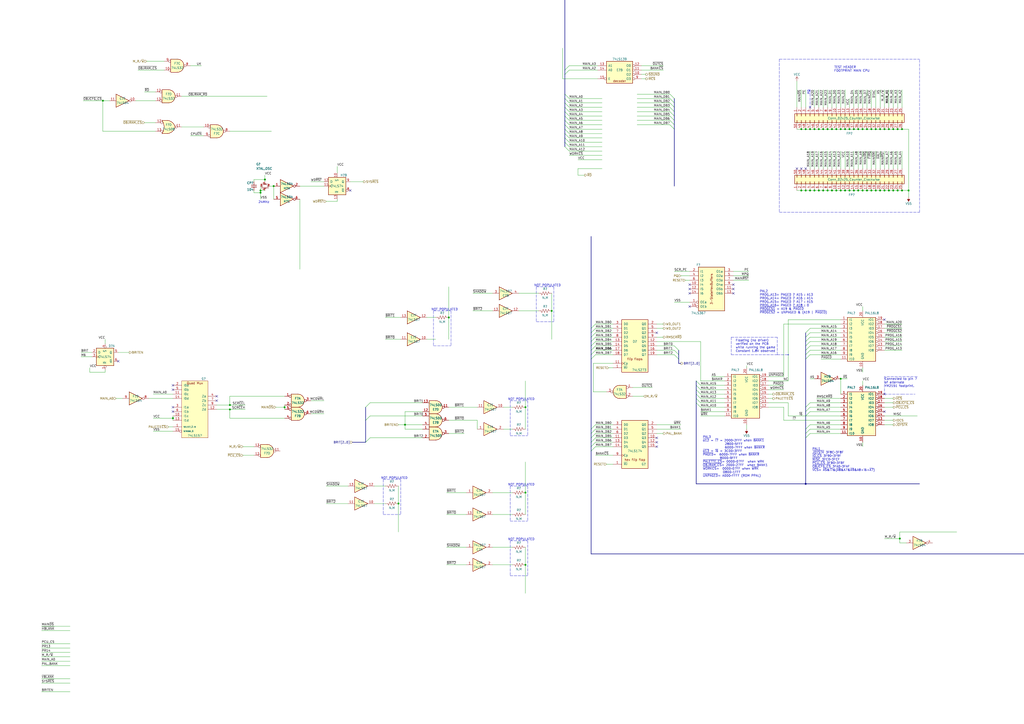
<source format=kicad_sch>
(kicad_sch (version 20211123) (generator eeschema)
  (paper "A2")
  (title_block (title "X-men") (date "2023-06-26") (rev "José Tejada G.") (company "JOTEGO") (comment 1 "www.patreon.com/jotego") (comment 2 "JOTEGO"))
  (junction (at 497.84 110.49))
  (junction (at 158.75 107.95))
  (junction (at 492.76 74.93))
  (junction (at 231.14 292.1))
  (junction (at 523.24 74.93))
  (junction (at 527.05 110.49))
  (junction (at 467.36 74.93))
  (junction (at 151.13 110.49))
  (junction (at 490.22 74.93))
  (junction (at 304.8 285.75))
  (junction (at 520.7 110.49))
  (junction (at 469.9 110.49))
  (junction (at 304.8 236.22))
  (junction (at 487.68 110.49))
  (junction (at 497.84 74.93))
  (junction (at 472.44 74.93))
  (junction (at 508 74.93))
  (junction (at 515.62 110.49))
  (junction (at 472.44 110.49))
  (junction (at 133.35 237.49))
  (junction (at 151.13 111.76))
  (junction (at 513.08 74.93))
  (junction (at 518.16 74.93))
  (junction (at 515.62 74.93))
  (junction (at 304.8 327.66))
  (junction (at 505.46 74.93))
  (junction (at 100.33 242.57))
  (junction (at 260.35 184.15))
  (junction (at 482.6 110.49))
  (junction (at 521.97 312.42))
  (junction (at 495.3 74.93))
  (junction (at 500.38 74.93))
  (junction (at 467.36 280.67))
  (junction (at 165.1 236.22))
  (junction (at 59.69 58.42))
  (junction (at 510.54 110.49))
  (junction (at 495.3 110.49))
  (junction (at 480.06 110.49))
  (junction (at 320.04 180.34))
  (junction (at 153.67 104.14))
  (junction (at 492.76 110.49))
  (junction (at 513.08 110.49))
  (junction (at 474.98 110.49))
  (junction (at 487.68 74.93))
  (junction (at 487.68 219.71))
  (junction (at 523.24 110.49))
  (junction (at 482.6 74.93))
  (junction (at 133.35 234.95))
  (junction (at 520.7 74.93))
  (junction (at 510.54 74.93))
  (junction (at 477.52 110.49))
  (junction (at 474.98 74.93))
  (junction (at 502.92 110.49))
  (junction (at 518.16 110.49))
  (junction (at 467.36 110.49))
  (junction (at 490.22 110.49))
  (junction (at 485.14 74.93))
  (junction (at 505.46 110.49))
  (junction (at 508 110.49))
  (junction (at 469.9 74.93))
  (junction (at 477.52 74.93))
  (junction (at 485.14 110.49))
  (junction (at 464.82 110.49))
  (junction (at 464.82 74.93))
  (junction (at 502.92 74.93))
  (junction (at 234.95 246.38))
  (junction (at 500.38 110.49))
  (junction (at 480.06 74.93))
  (no_connect (at 469.9 62.23))
  (no_connect (at 400.05 167.64))
  (no_connect (at 425.45 170.18))
  (no_connect (at 203.2 110.49))
  (no_connect (at 462.28 97.79))
  (no_connect (at 381 193.04))
  (no_connect (at 68.58 209.55))
  (no_connect (at 100.33 236.22))
  (no_connect (at 100.33 226.06))
  (no_connect (at 513.08 238.76))
  (no_connect (at 425.45 167.64))
  (no_connect (at 425.45 165.1))
  (no_connect (at 513.08 228.6))
  (no_connect (at 400.05 177.8))
  (no_connect (at 100.33 238.76))
  (no_connect (at 125.73 229.87))
  (no_connect (at 125.73 232.41))
  (no_connect (at 381 256.54))
  (no_connect (at 100.33 223.52))
  (no_connect (at 381 254))
  (no_connect (at 513.08 185.42))
  (no_connect (at 464.82 97.79))
  (no_connect (at 400.05 165.1))
  (no_connect (at 467.36 97.79))
  (no_connect (at 381 259.08))
  (no_connect (at 400.05 170.18))
  (bus_entry (at 342.9 259.08) (size 2.54 -2.54))
  (bus_entry (at 342.9 203.2) (size 2.54 -2.54))
  (bus_entry (at 327.66 64.77) (size 2.54 2.54))
  (bus_entry (at 214.63 254) (size -2.54 2.54))
  (bus_entry (at 327.66 62.23) (size 2.54 2.54))
  (bus_entry (at 342.9 205.74) (size 2.54 -2.54))
  (bus_entry (at 391.16 203.2) (size 2.54 2.54))
  (bus_entry (at 327.66 54.61) (size 2.54 2.54))
  (bus_entry (at 327.66 40.64) (size 2.54 -2.54))
  (bus_entry (at 403.86 226.06) (size 2.54 2.54))
  (bus_entry (at 342.9 193.04) (size 2.54 -2.54))
  (bus_entry (at 391.16 200.66) (size 2.54 2.54))
  (bus_entry (at 403.86 233.68) (size 2.54 2.54))
  (bus_entry (at 342.9 200.66) (size 2.54 -2.54))
  (bus_entry (at 327.66 43.18) (size 2.54 -2.54))
  (bus_entry (at 327.66 69.85) (size 2.54 2.54))
  (bus_entry (at 469.9 233.68) (size -2.54 2.54))
  (bus_entry (at 214.63 241.3) (size -2.54 2.54))
  (bus_entry (at 469.9 198.12) (size -2.54 2.54))
  (bus_entry (at 469.9 205.74) (size -2.54 2.54))
  (bus_entry (at 469.9 246.38) (size -2.54 2.54))
  (bus_entry (at 342.9 195.58) (size 2.54 -2.54))
  (bus_entry (at 214.63 233.68) (size -2.54 2.54))
  (bus_entry (at 391.16 57.15) (size -2.54 -2.54))
  (bus_entry (at 469.9 190.5) (size -2.54 2.54))
  (bus_entry (at 342.9 256.54) (size 2.54 -2.54))
  (bus_entry (at 403.86 228.6) (size 2.54 2.54))
  (bus_entry (at 391.16 205.74) (size 2.54 2.54))
  (bus_entry (at 469.9 203.2) (size -2.54 2.54))
  (bus_entry (at 327.66 74.93) (size 2.54 2.54))
  (bus_entry (at 342.9 198.12) (size 2.54 -2.54))
  (bus_entry (at 327.66 57.15) (size 2.54 2.54))
  (bus_entry (at 327.66 80.01) (size 2.54 2.54))
  (bus_entry (at 342.9 254) (size 2.54 -2.54))
  (bus_entry (at 391.16 67.31) (size -2.54 -2.54))
  (bus_entry (at 342.9 248.92) (size 2.54 -2.54))
  (bus_entry (at 469.9 238.76) (size -2.54 2.54))
  (bus_entry (at 391.16 69.85) (size -2.54 -2.54))
  (bus_entry (at 342.9 208.28) (size 2.54 -2.54))
  (bus_entry (at 391.16 62.23) (size -2.54 -2.54))
  (bus_entry (at 469.9 200.66) (size -2.54 2.54))
  (bus_entry (at 327.66 67.31) (size 2.54 2.54))
  (bus_entry (at 469.9 195.58) (size -2.54 2.54))
  (bus_entry (at 327.66 85.09) (size 2.54 2.54))
  (bus_entry (at 403.86 223.52) (size 2.54 2.54))
  (bus_entry (at 469.9 193.04) (size -2.54 2.54))
  (bus_entry (at 469.9 251.46) (size -2.54 2.54))
  (bus_entry (at 327.66 77.47) (size 2.54 2.54))
  (bus_entry (at 469.9 236.22) (size -2.54 2.54))
  (bus_entry (at 469.9 248.92) (size -2.54 2.54))
  (bus_entry (at 342.9 261.62) (size 2.54 -2.54))
  (bus_entry (at 342.9 190.5) (size 2.54 -2.54))
  (bus_entry (at 391.16 64.77) (size -2.54 -2.54))
  (bus_entry (at 403.86 231.14) (size 2.54 2.54))
  (bus_entry (at 327.66 72.39) (size 2.54 2.54))
  (bus_entry (at 391.16 72.39) (size -2.54 -2.54))
  (bus_entry (at 327.66 82.55) (size 2.54 2.54))
  (bus_entry (at 391.16 74.93) (size -2.54 -2.54))
  (bus_entry (at 327.66 59.69) (size 2.54 2.54))
  (bus_entry (at 403.86 220.98) (size 2.54 2.54))
  (bus_entry (at 342.9 251.46) (size 2.54 -2.54))
  (bus_entry (at 391.16 59.69) (size -2.54 -2.54))
  (bus (pts (xy 467.36 198.12) (xy 467.36 200.66)))
  (polyline (pts (xy 424.18 195.58) (xy 450.85 195.58)))
  (bus (pts (xy 403.86 231.14) (xy 403.86 233.68)))
  (wire (pts (xy 381 187.96) (xy 384.81 187.96)))
  (wire (pts (xy 502.92 97.79) (xy 502.92 87.63)))
  (wire (pts (xy 165.1 237.49) (xy 165.1 236.22)))
  (wire (pts (xy 48.26 58.42) (xy 59.69 58.42)))
  (wire (pts (xy 445.77 220.98) (xy 457.2 220.98)))
  (wire (pts (xy 487.68 74.93) (xy 490.22 74.93)))
  (bus (pts (xy 327.66 82.55) (xy 327.66 85.09)))
  (bus (pts (xy 327.66 40.64) (xy 327.66 43.18)))
  (wire (pts (xy 480.06 110.49) (xy 482.6 110.49)))
  (wire (pts (xy 490.22 74.93) (xy 492.76 74.93)))
  (wire (pts (xy 147.32 110.49) (xy 147.32 111.76)))
  (wire (pts (xy 24.13 383.54) (xy 40.64 383.54)))
  (bus (pts (xy 212.09 236.22) (xy 212.09 243.84)))
  (bus (pts (xy 342.9 321.31) (xy 596.9 321.31)))
  (wire (pts (xy 355.6 213.36) (xy 353.06 213.36)))
  (bus (pts (xy 327.66 59.69) (xy 327.66 62.23)))
  (wire (pts (xy 231.14 246.38) (xy 234.95 246.38)))
  (wire (pts (xy 100.33 242.57) (xy 100.33 243.84)))
  (wire (pts (xy 151.13 107.95) (xy 151.13 110.49)))
  (bus (pts (xy 467.36 208.28) (xy 467.36 236.22)))
  (bus (pts (xy 342.9 137.16) (xy 342.9 190.5)))
  (wire (pts (xy 330.2 80.01) (xy 349.25 80.01)))
  (wire (pts (xy 487.68 97.79) (xy 487.68 87.63)))
  (wire (pts (xy 304.8 327.66) (xy 304.8 344.17)))
  (wire (pts (xy 445.77 218.44) (xy 454.66 218.44)))
  (wire (pts (xy 520.7 52.07) (xy 520.7 62.23)))
  (bus (pts (xy 391.16 72.39) (xy 391.16 74.93)))
  (wire (pts (xy 335.28 97.79) (xy 335.28 101.6)))
  (wire (pts (xy 505.46 87.63) (xy 505.46 97.79)))
  (wire (pts (xy 153.67 104.14) (xy 153.67 105.41)))
  (wire (pts (xy 469.9 195.58) (xy 487.68 195.58)))
  (wire (pts (xy 513.08 236.22) (xy 518.16 236.22)))
  (wire (pts (xy 500.38 213.36) (xy 500.38 215.9)))
  (wire (pts (xy 345.44 256.54) (xy 355.6 256.54)))
  (wire (pts (xy 406.4 241.3) (xy 420.37 241.3)))
  (wire (pts (xy 345.44 254) (xy 355.6 254)))
  (wire (pts (xy 247.65 184.15) (xy 252.73 184.15)))
  (wire (pts (xy 195.58 115.57) (xy 195.58 116.84)))
  (bus (pts (xy 393.7 210.82) (xy 394.97 210.82)))
  (wire (pts (xy 147.32 111.76) (xy 151.13 111.76)))
  (wire (pts (xy 381 203.2) (xy 391.16 203.2)))
  (wire (pts (xy 259.08 285.75) (xy 270.51 285.75)))
  (wire (pts (xy 369.57 62.23) (xy 388.62 62.23)))
  (wire (pts (xy 330.2 87.63) (xy 349.25 87.63)))
  (wire (pts (xy 527.05 110.49) (xy 523.24 110.49)))
  (bus (pts (xy 391.16 67.31) (xy 391.16 69.85)))
  (wire (pts (xy 508 52.07) (xy 508 62.23)))
  (bus (pts (xy 467.36 236.22) (xy 467.36 238.76)))
  (wire (pts (xy 497.84 74.93) (xy 500.38 74.93)))
  (wire (pts (xy 510.54 74.93) (xy 513.08 74.93)))
  (bus (pts (xy 393.7 203.2) (xy 393.7 205.74)))
  (wire (pts (xy 497.84 110.49) (xy 500.38 110.49)))
  (wire (pts (xy 330.2 67.31) (xy 349.25 67.31)))
  (wire (pts (xy 462.28 110.49) (xy 464.82 110.49)))
  (wire (pts (xy 469.9 198.12) (xy 487.68 198.12)))
  (wire (pts (xy 60.96 214.63) (xy 60.96 215.9)))
  (wire (pts (xy 292.1 236.22) (xy 297.18 236.22)))
  (wire (pts (xy 412.75 218.44) (xy 420.37 218.44)))
  (wire (pts (xy 469.9 251.46) (xy 487.68 251.46)))
  (wire (pts (xy 508 97.79) (xy 508 87.63)))
  (wire (pts (xy 502.92 74.93) (xy 505.46 74.93)))
  (wire (pts (xy 425.45 162.56) (xy 434.34 162.56)))
  (wire (pts (xy 100.33 241.3) (xy 100.33 242.57)))
  (wire (pts (xy 513.08 233.68) (xy 518.16 233.68)))
  (wire (pts (xy 523.24 200.66) (xy 513.08 200.66)))
  (wire (pts (xy 485.14 110.49) (xy 487.68 110.49)))
  (wire (pts (xy 490.22 110.49) (xy 492.76 110.49)))
  (polyline (pts (xy 295.91 302.26) (xy 306.07 302.26)))
  (wire (pts (xy 259.08 317.5) (xy 270.51 317.5)))
  (bus (pts (xy 204.47 256.54) (xy 212.09 256.54)))
  (wire (pts (xy 406.4 223.52) (xy 420.37 223.52)))
  (wire (pts (xy 502.92 110.49) (xy 505.46 110.49)))
  (wire (pts (xy 505.46 110.49) (xy 508 110.49)))
  (wire (pts (xy 521.97 312.42) (xy 521.97 314.96)))
  (bus (pts (xy 342.9 200.66) (xy 342.9 203.2)))
  (wire (pts (xy 513.08 312.42) (xy 521.97 312.42)))
  (wire (pts (xy 487.68 52.07) (xy 487.68 62.23)))
  (wire (pts (xy 523.24 203.2) (xy 513.08 203.2)))
  (wire (pts (xy 521.97 308.61) (xy 521.97 312.42)))
  (wire (pts (xy 304.8 236.22) (xy 304.8 248.92)))
  (wire (pts (xy 469.9 233.68) (xy 487.68 233.68)))
  (wire (pts (xy 274.32 180.34) (xy 285.75 180.34)))
  (wire (pts (xy 510.54 87.63) (xy 510.54 97.79)))
  (wire (pts (xy 292.1 248.92) (xy 297.18 248.92)))
  (bus (pts (xy 342.9 256.54) (xy 342.9 259.08)))
  (polyline (pts (xy 311.15 166.37) (xy 321.31 166.37)))
  (polyline (pts (xy 295.91 313.69) (xy 306.07 313.69)))
  (wire (pts (xy 497.84 52.07) (xy 497.84 62.23)))
  (wire (pts (xy 247.65 196.85) (xy 252.73 196.85)))
  (wire (pts (xy 326.39 45.72) (xy 346.71 45.72)))
  (wire (pts (xy 320.04 170.18) (xy 320.04 180.34)))
  (polyline (pts (xy 222.25 278.13) (xy 232.41 278.13)))
  (wire (pts (xy 515.62 52.07) (xy 515.62 62.23)))
  (wire (pts (xy 457.2 185.42) (xy 487.68 185.42)))
  (bus (pts (xy 327.66 67.31) (xy 327.66 69.85)))
  (wire (pts (xy 234.95 248.92) (xy 234.95 246.38)))
  (bus (pts (xy 391.16 64.77) (xy 391.16 67.31)))
  (wire (pts (xy 133.35 229.87) (xy 165.1 229.87)))
  (bus (pts (xy 342.9 200.66) (xy 342.9 198.12)))
  (wire (pts (xy 245.11 254) (xy 214.63 254)))
  (wire (pts (xy 312.42 180.34) (xy 300.99 180.34)))
  (wire (pts (xy 133.35 242.57) (xy 133.35 237.49)))
  (wire (pts (xy 330.2 40.64) (xy 346.71 40.64)))
  (wire (pts (xy 345.44 203.2) (xy 355.6 203.2)))
  (wire (pts (xy 304.8 285.75) (xy 304.8 298.45)))
  (bus (pts (xy 391.16 74.93) (xy 391.16 107.95)))
  (wire (pts (xy 515.62 110.49) (xy 518.16 110.49)))
  (wire (pts (xy 304.8 285.75) (xy 304.8 267.97)))
  (wire (pts (xy 523.24 52.07) (xy 523.24 62.23)))
  (wire (pts (xy 502.92 52.07) (xy 502.92 62.23)))
  (wire (pts (xy 210.82 105.41) (xy 203.2 105.41)))
  (wire (pts (xy 369.57 59.69) (xy 388.62 59.69)))
  (wire (pts (xy 24.13 375.92) (xy 40.64 375.92)))
  (wire (pts (xy 110.49 38.1) (xy 116.84 38.1)))
  (wire (pts (xy 482.6 97.79) (xy 482.6 87.63)))
  (wire (pts (xy 457.2 241.3) (xy 457.2 233.68)))
  (wire (pts (xy 151.13 115.57) (xy 151.13 111.76)))
  (bus (pts (xy 342.9 193.04) (xy 342.9 195.58)))
  (wire (pts (xy 513.08 241.3) (xy 532.13 241.3)))
  (wire (pts (xy 260.35 236.22) (xy 276.86 236.22)))
  (wire (pts (xy 521.97 308.61) (xy 554.99 308.61)))
  (wire (pts (xy 472.44 52.07) (xy 472.44 62.23)))
  (wire (pts (xy 474.98 97.79) (xy 474.98 87.63)))
  (wire (pts (xy 231.14 281.94) (xy 231.14 292.1)))
  (wire (pts (xy 510.54 110.49) (xy 513.08 110.49)))
  (wire (pts (xy 474.98 52.07) (xy 474.98 62.23)))
  (wire (pts (xy 223.52 196.85) (xy 232.41 196.85)))
  (polyline (pts (xy 295.91 281.94) (xy 295.91 302.26)))
  (bus (pts (xy 391.16 59.69) (xy 391.16 62.23)))
  (wire (pts (xy 477.52 52.07) (xy 477.52 62.23)))
  (wire (pts (xy 285.75 285.75) (xy 297.18 285.75)))
  (wire (pts (xy 260.35 184.15) (xy 260.35 196.85)))
  (wire (pts (xy 513.08 74.93) (xy 515.62 74.93)))
  (wire (pts (xy 521.97 314.96) (xy 525.78 314.96)))
  (wire (pts (xy 142.24 234.95) (xy 133.35 234.95)))
  (bus (pts (xy 327.66 74.93) (xy 327.66 77.47)))
  (wire (pts (xy 434.34 160.02) (xy 425.45 160.02)))
  (bus (pts (xy 393.7 208.28) (xy 393.7 210.82)))
  (wire (pts (xy 513.08 110.49) (xy 515.62 110.49)))
  (bus (pts (xy 403.86 228.6) (xy 403.86 231.14)))
  (wire (pts (xy 384.81 38.1) (xy 372.11 38.1)))
  (wire (pts (xy 495.3 97.79) (xy 495.3 87.63)))
  (wire (pts (xy 67.31 231.14) (xy 71.12 231.14)))
  (wire (pts (xy 46.99 204.47) (xy 53.34 204.47)))
  (wire (pts (xy 369.57 72.39) (xy 388.62 72.39)))
  (wire (pts (xy 518.16 52.07) (xy 518.16 62.23)))
  (polyline (pts (xy 311.15 186.69) (xy 321.31 186.69)))
  (wire (pts (xy 477.52 74.93) (xy 480.06 74.93)))
  (polyline (pts (xy 295.91 232.41) (xy 295.91 252.73)))
  (wire (pts (xy 406.4 233.68) (xy 420.37 233.68)))
  (wire (pts (xy 223.52 292.1) (xy 217.17 292.1)))
  (polyline (pts (xy 452.12 34.29) (xy 533.4 34.29)))
  (wire (pts (xy 482.6 52.07) (xy 482.6 62.23)))
  (wire (pts (xy 500.38 52.07) (xy 500.38 62.23)))
  (wire (pts (xy 469.9 205.74) (xy 487.68 205.74)))
  (bus (pts (xy 342.9 254) (xy 342.9 256.54)))
  (polyline (pts (xy 424.18 205.74) (xy 450.85 205.74)))
  (wire (pts (xy 384.81 40.64) (xy 372.11 40.64)))
  (wire (pts (xy 330.2 38.1) (xy 346.71 38.1)))
  (polyline (pts (xy 295.91 281.94) (xy 306.07 281.94)))
  (wire (pts (xy 88.9 228.6) (xy 100.33 228.6)))
  (wire (pts (xy 345.44 259.08) (xy 355.6 259.08)))
  (wire (pts (xy 513.08 52.07) (xy 513.08 62.23)))
  (wire (pts (xy 500.38 97.79) (xy 500.38 87.63)))
  (bus (pts (xy 342.9 259.08) (xy 342.9 261.62)))
  (polyline (pts (xy 295.91 232.41) (xy 306.07 232.41)))
  (wire (pts (xy 482.6 110.49) (xy 485.14 110.49)))
  (bus (pts (xy 212.09 243.84) (xy 212.09 256.54)))
  (wire (pts (xy 467.36 241.3) (xy 457.2 241.3)))
  (wire (pts (xy 500.38 256.54) (xy 500.38 259.08)))
  (wire (pts (xy 78.74 58.42) (xy 90.17 58.42)))
  (wire (pts (xy 520.7 110.49) (xy 523.24 110.49)))
  (wire (pts (xy 467.36 74.93) (xy 469.9 74.93)))
  (wire (pts (xy 151.13 110.49) (xy 153.67 110.49)))
  (bus (pts (xy 467.36 251.46) (xy 467.36 254)))
  (wire (pts (xy 153.67 101.6) (xy 153.67 104.14)))
  (wire (pts (xy 259.08 298.45) (xy 270.51 298.45)))
  (wire (pts (xy 469.9 200.66) (xy 487.68 200.66)))
  (wire (pts (xy 381 200.66) (xy 391.16 200.66)))
  (bus (pts (xy 342.9 248.92) (xy 342.9 251.46)))
  (wire (pts (xy 133.35 234.95) (xy 133.35 229.87)))
  (wire (pts (xy 269.24 251.46) (xy 260.35 251.46)))
  (wire (pts (xy 497.84 97.79) (xy 497.84 87.63)))
  (wire (pts (xy 369.57 64.77) (xy 388.62 64.77)))
  (wire (pts (xy 335.28 97.79) (xy 349.25 97.79)))
  (wire (pts (xy 381 246.38) (xy 394.97 246.38)))
  (polyline (pts (xy 321.31 166.37) (xy 321.31 186.69)))
  (wire (pts (xy 245.11 233.68) (xy 214.63 233.68)))
  (wire (pts (xy 505.46 52.07) (xy 505.46 62.23)))
  (polyline (pts (xy 513.08 218.44) (xy 513.08 228.6)))
  (wire (pts (xy 180.34 105.41) (xy 187.96 105.41)))
  (wire (pts (xy 492.76 57.15) (xy 492.76 62.23)))
  (wire (pts (xy 133.35 76.2) (xy 157.48 76.2)))
  (wire (pts (xy 372.11 45.72) (xy 374.65 45.72)))
  (wire (pts (xy 469.9 74.93) (xy 472.44 74.93)))
  (wire (pts (xy 464.82 74.93) (xy 467.36 74.93)))
  (wire (pts (xy 445.77 233.68) (xy 457.2 233.68)))
  (wire (pts (xy 469.9 236.22) (xy 487.68 236.22)))
  (bus (pts (xy 327.66 64.77) (xy 327.66 67.31)))
  (wire (pts (xy 472.44 74.93) (xy 474.98 74.93)))
  (wire (pts (xy 505.46 74.93) (xy 508 74.93)))
  (bus (pts (xy 327.66 69.85) (xy 327.66 72.39)))
  (wire (pts (xy 326.39 27.94) (xy 326.39 45.72)))
  (wire (pts (xy 492.76 74.93) (xy 495.3 74.93)))
  (wire (pts (xy 469.9 190.5) (xy 487.68 190.5)))
  (bus (pts (xy 403.86 226.06) (xy 403.86 228.6)))
  (wire (pts (xy 454.66 187.96) (xy 487.68 187.96)))
  (polyline (pts (xy 306.07 313.69) (xy 306.07 334.01)))
  (bus (pts (xy 391.16 69.85) (xy 391.16 72.39)))
  (wire (pts (xy 189.23 281.94) (xy 201.93 281.94)))
  (wire (pts (xy 480.06 74.93) (xy 482.6 74.93)))
  (wire (pts (xy 151.13 111.76) (xy 151.13 110.49)))
  (bus (pts (xy 342.9 205.74) (xy 342.9 208.28)))
  (wire (pts (xy 330.2 64.77) (xy 349.25 64.77)))
  (wire (pts (xy 487.68 238.76) (xy 469.9 238.76)))
  (bus (pts (xy 327.66 0) (xy 327.66 40.64)))
  (polyline (pts (xy 523.24 228.6) (xy 530.86 228.6)))
  (wire (pts (xy 369.57 54.61) (xy 388.62 54.61)))
  (polyline (pts (xy 251.46 180.34) (xy 251.46 200.66)))
  (wire (pts (xy 173.99 115.57) (xy 173.99 156.21)))
  (wire (pts (xy 381 248.92) (xy 394.97 248.92)))
  (wire (pts (xy 335.28 92.71) (xy 349.25 92.71)))
  (wire (pts (xy 527.05 110.49) (xy 527.05 74.93)))
  (polyline (pts (xy 513.08 228.6) (xy 523.24 228.6)))
  (wire (pts (xy 490.22 52.07) (xy 490.22 62.23)))
  (wire (pts (xy 520.7 87.63) (xy 520.7 97.79)))
  (wire (pts (xy 520.7 74.93) (xy 523.24 74.93)))
  (wire (pts (xy 276.86 248.92) (xy 276.86 243.84)))
  (wire (pts (xy 464.82 110.49) (xy 467.36 110.49)))
  (polyline (pts (xy 232.41 278.13) (xy 232.41 298.45)))
  (wire (pts (xy 500.38 177.8) (xy 500.38 180.34)))
  (wire (pts (xy 474.98 74.93) (xy 477.52 74.93)))
  (wire (pts (xy 492.76 87.63) (xy 492.76 97.79)))
  (wire (pts (xy 330.2 62.23) (xy 349.25 62.23)))
  (wire (pts (xy 195.58 116.84) (xy 189.23 116.84)))
  (wire (pts (xy 469.9 246.38) (xy 487.68 246.38)))
  (wire (pts (xy 330.2 59.69) (xy 349.25 59.69)))
  (wire (pts (xy 173.99 107.95) (xy 187.96 107.95)))
  (bus (pts (xy 467.36 195.58) (xy 467.36 198.12)))
  (wire (pts (xy 297.18 327.66) (xy 285.75 327.66)))
  (bus (pts (xy 327.66 80.01) (xy 327.66 82.55)))
  (wire (pts (xy 24.13 365.76) (xy 40.64 365.76)))
  (wire (pts (xy 330.2 82.55) (xy 349.25 82.55)))
  (wire (pts (xy 513.08 187.96) (xy 523.24 187.96)))
  (polyline (pts (xy 450.85 205.74) (xy 457.2 205.74)))
  (wire (pts (xy 490.22 87.63) (xy 490.22 97.79)))
  (wire (pts (xy 485.14 97.79) (xy 485.14 87.63)))
  (wire (pts (xy 345.44 193.04) (xy 355.6 193.04)))
  (wire (pts (xy 140.97 259.08) (xy 147.32 259.08)))
  (wire (pts (xy 480.06 52.07) (xy 480.06 62.23)))
  (bus (pts (xy 467.36 280.67) (xy 403.86 280.67)))
  (wire (pts (xy 68.58 204.47) (xy 74.93 204.47)))
  (wire (pts (xy 523.24 87.63) (xy 523.24 97.79)))
  (wire (pts (xy 214.63 241.3) (xy 245.11 241.3)))
  (wire (pts (xy 372.11 43.18) (xy 374.65 43.18)))
  (polyline (pts (xy 469.9 52.07) (xy 469.9 62.23)))
  (wire (pts (xy 487.68 219.71) (xy 491.49 219.71)))
  (wire (pts (xy 469.9 110.49) (xy 472.44 110.49)))
  (wire (pts (xy 88.9 250.19) (xy 100.33 250.19)))
  (bus (pts (xy 467.36 193.04) (xy 467.36 195.58)))
  (bus (pts (xy 342.9 208.28) (xy 342.9 248.92)))
  (bus (pts (xy 342.9 261.62) (xy 342.9 321.31)))
  (wire (pts (xy 345.44 190.5) (xy 355.6 190.5)))
  (wire (pts (xy 495.3 74.93) (xy 497.84 74.93)))
  (wire (pts (xy 492.76 110.49) (xy 495.3 110.49)))
  (wire (pts (xy 304.8 317.5) (xy 304.8 327.66)))
  (wire (pts (xy 330.2 74.93) (xy 349.25 74.93)))
  (wire (pts (xy 523.24 198.12) (xy 513.08 198.12)))
  (wire (pts (xy 160.02 236.22) (xy 165.1 236.22)))
  (bus (pts (xy 467.36 200.66) (xy 467.36 203.2)))
  (wire (pts (xy 369.57 57.15) (xy 388.62 57.15)))
  (wire (pts (xy 345.44 205.74) (xy 355.6 205.74)))
  (wire (pts (xy 381 198.12) (xy 406.4 198.12)))
  (bus (pts (xy 327.66 72.39) (xy 327.66 74.93)))
  (polyline (pts (xy 222.25 278.13) (xy 222.25 298.45)))
  (wire (pts (xy 60.96 196.85) (xy 60.96 199.39)))
  (wire (pts (xy 445.77 236.22) (xy 454.66 236.22)))
  (wire (pts (xy 406.4 226.06) (xy 420.37 226.06)))
  (wire (pts (xy 355.6 198.12) (xy 345.44 198.12)))
  (wire (pts (xy 24.13 363.22) (xy 40.64 363.22)))
  (wire (pts (xy 285.75 298.45) (xy 297.18 298.45)))
  (wire (pts (xy 86.36 231.14) (xy 100.33 231.14)))
  (wire (pts (xy 24.13 378.46) (xy 40.64 378.46)))
  (wire (pts (xy 24.13 386.08) (xy 40.64 386.08)))
  (bus (pts (xy 467.36 205.74) (xy 467.36 208.28)))
  (wire (pts (xy 330.2 57.15) (xy 349.25 57.15)))
  (polyline (pts (xy 295.91 313.69) (xy 295.91 334.01)))
  (wire (pts (xy 85.09 35.56) (xy 95.25 35.56)))
  (bus (pts (xy 327.66 54.61) (xy 327.66 57.15)))
  (wire (pts (xy 344.17 227.33) (xy 351.79 227.33)))
  (bus (pts (xy 467.36 248.92) (xy 467.36 251.46)))
  (wire (pts (xy 59.69 58.42) (xy 59.69 76.2)))
  (wire (pts (xy 217.17 281.94) (xy 223.52 281.94)))
  (wire (pts (xy 454.66 223.52) (xy 445.77 223.52)))
  (wire (pts (xy 147.32 105.41) (xy 147.32 104.14)))
  (wire (pts (xy 369.57 69.85) (xy 388.62 69.85)))
  (polyline (pts (xy 251.46 180.34) (xy 261.62 180.34)))
  (wire (pts (xy 231.14 292.1) (xy 231.14 308.61)))
  (wire (pts (xy 495.3 110.49) (xy 497.84 110.49)))
  (wire (pts (xy 83.82 53.34) (xy 90.17 53.34)))
  (wire (pts (xy 59.69 76.2) (xy 90.17 76.2)))
  (wire (pts (xy 59.69 58.42) (xy 63.5 58.42)))
  (bus (pts (xy 403.86 233.68) (xy 403.86 280.67)))
  (wire (pts (xy 165.1 236.22) (xy 165.1 234.95)))
  (wire (pts (xy 406.4 231.14) (xy 420.37 231.14)))
  (wire (pts (xy 500.38 74.93) (xy 502.92 74.93)))
  (polyline (pts (xy 222.25 298.45) (xy 232.41 298.45)))
  (wire (pts (xy 523.24 74.93) (xy 527.05 74.93)))
  (wire (pts (xy 260.35 184.15) (xy 260.35 166.37)))
  (wire (pts (xy 469.9 203.2) (xy 487.68 203.2)))
  (bus (pts (xy 327.66 77.47) (xy 327.66 80.01)))
  (wire (pts (xy 477.52 97.79) (xy 477.52 87.63)))
  (wire (pts (xy 445.77 228.6) (xy 448.31 228.6)))
  (wire (pts (xy 180.34 232.41) (xy 187.96 232.41)))
  (wire (pts (xy 373.38 229.87) (xy 367.03 229.87)))
  (wire (pts (xy 513.08 246.38) (xy 518.16 246.38)))
  (polyline (pts (xy 295.91 252.73) (xy 306.07 252.73)))
  (wire (pts (xy 406.4 198.12) (xy 406.4 220.98)))
  (bus (pts (xy 342.9 251.46) (xy 342.9 254)))
  (wire (pts (xy 320.04 180.34) (xy 320.04 196.85)))
  (wire (pts (xy 397.51 162.56) (xy 400.05 162.56)))
  (wire (pts (xy 467.36 52.07) (xy 467.36 62.23)))
  (wire (pts (xy 381 251.46) (xy 384.81 251.46)))
  (polyline (pts (xy 424.18 195.58) (xy 424.18 205.74)))
  (bus (pts (xy 467.36 238.76) (xy 467.36 241.3)))
  (wire (pts (xy 513.08 193.04) (xy 523.24 193.04)))
  (wire (pts (xy 487.68 219.71) (xy 487.68 228.6)))
  (wire (pts (xy 406.4 220.98) (xy 420.37 220.98)))
  (wire (pts (xy 345.44 195.58) (xy 355.6 195.58)))
  (wire (pts (xy 345.44 251.46) (xy 355.6 251.46)))
  (wire (pts (xy 189.23 292.1) (xy 201.93 292.1)))
  (wire (pts (xy 344.17 210.82) (xy 344.17 227.33)))
  (wire (pts (xy 445.77 231.14) (xy 448.31 231.14)))
  (wire (pts (xy 133.35 237.49) (xy 142.24 237.49)))
  (wire (pts (xy 473.71 231.14) (xy 487.68 231.14)))
  (bus (pts (xy 467.36 280.67) (xy 533.4 280.67)))
  (wire (pts (xy 133.35 242.57) (xy 165.1 242.57)))
  (wire (pts (xy 508 110.49) (xy 510.54 110.49)))
  (wire (pts (xy 433.07 246.38) (xy 433.07 248.92)))
  (wire (pts (xy 339.09 101.6) (xy 335.28 101.6)))
  (polyline (pts (xy 251.46 200.66) (xy 261.62 200.66)))
  (wire (pts (xy 234.95 238.76) (xy 245.11 238.76)))
  (wire (pts (xy 195.58 96.52) (xy 195.58 100.33)))
  (wire (pts (xy 513.08 231.14) (xy 518.16 231.14)))
  (wire (pts (xy 513.08 190.5) (xy 523.24 190.5)))
  (bus (pts (xy 327.66 43.18) (xy 327.66 54.61)))
  (wire (pts (xy 24.13 393.7) (xy 40.64 393.7)))
  (wire (pts (xy 477.52 110.49) (xy 480.06 110.49)))
  (wire (pts (xy 158.75 107.95) (xy 156.21 107.95)))
  (wire (pts (xy 223.52 184.15) (xy 232.41 184.15)))
  (wire (pts (xy 24.13 373.38) (xy 40.64 373.38)))
  (wire (pts (xy 500.38 110.49) (xy 502.92 110.49)))
  (wire (pts (xy 384.81 190.5) (xy 381 190.5)))
  (wire (pts (xy 469.9 193.04) (xy 487.68 193.04)))
  (wire (pts (xy 513.08 243.84) (xy 518.16 243.84)))
  (wire (pts (xy 125.73 237.49) (xy 133.35 237.49)))
  (wire (pts (xy 355.6 269.24) (xy 351.79 269.24)))
  (polyline (pts (xy 306.07 232.41) (xy 306.07 252.73)))
  (polyline (pts (xy 533.4 123.19) (xy 533.4 34.29)))
  (wire (pts (xy 97.79 247.65) (xy 100.33 247.65)))
  (bus (pts (xy 391.16 62.23) (xy 391.16 64.77)))
  (wire (pts (xy 260.35 243.84) (xy 276.86 243.84)))
  (polyline (pts (xy 450.85 205.74) (xy 450.85 195.58)))
  (wire (pts (xy 454.66 218.44) (xy 454.66 187.96)))
  (wire (pts (xy 345.44 246.38) (xy 355.6 246.38)))
  (wire (pts (xy 285.75 170.18) (xy 274.32 170.18)))
  (wire (pts (xy 515.62 74.93) (xy 518.16 74.93)))
  (wire (pts (xy 234.95 246.38) (xy 245.11 246.38)))
  (bus (pts (xy 342.9 190.5) (xy 342.9 193.04)))
  (wire (pts (xy 24.13 396.24) (xy 40.64 396.24)))
  (bus (pts (xy 342.9 203.2) (xy 342.9 205.74)))
  (wire (pts (xy 234.95 246.38) (xy 234.95 238.76)))
  (wire (pts (xy 472.44 97.79) (xy 472.44 87.63)))
  (wire (pts (xy 105.41 55.88) (xy 154.94 55.88)))
  (wire (pts (xy 406.4 228.6) (xy 420.37 228.6)))
  (polyline (pts (xy 295.91 334.01) (xy 306.07 334.01)))
  (wire (pts (xy 500.38 220.98) (xy 500.38 223.52)))
  (wire (pts (xy 88.9 242.57) (xy 100.33 242.57)))
  (bus (pts (xy 393.7 205.74) (xy 393.7 208.28)))
  (wire (pts (xy 467.36 110.49) (xy 469.9 110.49)))
  (wire (pts (xy 454.66 243.84) (xy 487.68 243.84)))
  (wire (pts (xy 285.75 317.5) (xy 297.18 317.5)))
  (polyline (pts (xy 311.15 166.37) (xy 311.15 186.69)))
  (bus (pts (xy 327.66 57.15) (xy 327.66 59.69)))
  (wire (pts (xy 510.54 52.07) (xy 510.54 62.23)))
  (wire (pts (xy 476.25 208.28) (xy 487.68 208.28)))
  (wire (pts (xy 487.68 110.49) (xy 490.22 110.49)))
  (wire (pts (xy 469.9 219.71) (xy 472.44 219.71)))
  (polyline (pts (xy 532.13 218.44) (xy 513.08 218.44)))
  (polyline (pts (xy 261.62 180.34) (xy 261.62 200.66)))
  (wire (pts (xy 105.41 73.66) (xy 118.11 73.66)))
  (wire (pts (xy 83.82 71.12) (xy 90.17 71.12)))
  (wire (pts (xy 394.97 160.02) (xy 400.05 160.02)))
  (bus (pts (xy 342.9 195.58) (xy 342.9 198.12)))
  (wire (pts (xy 381 205.74) (xy 391.16 205.74)))
  (wire (pts (xy 462.28 62.23) (xy 462.28 46.99)))
  (bus (pts (xy 467.36 254) (xy 467.36 280.67)))
  (wire (pts (xy 467.36 241.3) (xy 487.68 241.3)))
  (bus (pts (xy 467.36 203.2) (xy 467.36 205.74)))
  (wire (pts (xy 187.96 240.03) (xy 180.34 240.03)))
  (wire (pts (xy 158.75 107.95) (xy 158.75 115.57)))
  (wire (pts (xy 110.49 78.74) (xy 118.11 78.74)))
  (wire (pts (xy 391.16 175.26) (xy 400.05 175.26)))
  (wire (pts (xy 472.44 110.49) (xy 474.98 110.49)))
  (wire (pts (xy 480.06 97.79) (xy 480.06 87.63)))
  (wire (pts (xy 304.8 236.22) (xy 304.8 220.98)))
  (wire (pts (xy 464.82 52.07) (xy 464.82 62.23)))
  (wire (pts (xy 454.66 226.06) (xy 445.77 226.06)))
  (wire (pts (xy 345.44 187.96) (xy 355.6 187.96)))
  (wire (pts (xy 330.2 72.39) (xy 349.25 72.39)))
  (wire (pts (xy 330.2 90.17) (xy 349.25 90.17)))
  (wire (pts (xy 433.07 212.09) (xy 433.07 213.36)))
  (wire (pts (xy 518.16 74.93) (xy 520.7 74.93)))
  (wire (pts (xy 406.4 236.22) (xy 420.37 236.22)))
  (wire (pts (xy 485.14 74.93) (xy 487.68 74.93)))
  (wire (pts (xy 259.08 327.66) (xy 270.51 327.66)))
  (wire (pts (xy 24.13 381) (xy 40.64 381)))
  (wire (pts (xy 515.62 87.63) (xy 515.62 97.79)))
  (wire (pts (xy 523.24 195.58) (xy 513.08 195.58)))
  (wire (pts (xy 24.13 401.32) (xy 40.64 401.32)))
  (wire (pts (xy 508 74.93) (xy 510.54 74.93)))
  (wire (pts (xy 300.99 170.18) (xy 312.42 170.18)))
  (wire (pts (xy 330.2 69.85) (xy 349.25 69.85)))
  (wire (pts (xy 454.66 236.22) (xy 454.66 243.84)))
  (wire (pts (xy 485.14 52.07) (xy 485.14 62.23)))
  (wire (pts (xy 345.44 264.16) (xy 355.6 264.16)))
  (wire (pts (xy 378.46 224.79) (xy 367.03 224.79)))
  (wire (pts (xy 60.96 215.9) (xy 52.07 215.9)))
  (wire (pts (xy 457.2 185.42) (xy 457.2 220.98)))
  (wire (pts (xy 330.2 85.09) (xy 349.25 85.09)))
  (wire (pts (xy 133.35 234.95) (xy 125.73 234.95)))
  (wire (pts (xy 462.28 74.93) (xy 464.82 74.93)))
  (wire (pts (xy 469.9 248.92) (xy 487.68 248.92)))
  (bus (pts (xy 327.66 62.23) (xy 327.66 64.77)))
  (polyline (pts (xy 452.12 123.19) (xy 533.4 123.19)))
  (wire (pts (xy 518.16 97.79) (xy 518.16 87.63)))
  (wire (pts (xy 469.9 97.79) (xy 469.9 87.63)))
  (wire (pts (xy 495.3 52.07) (xy 495.3 62.23)))
  (bus (pts (xy 391.16 57.15) (xy 391.16 59.69)))
  (wire (pts (xy 140.97 264.16) (xy 147.32 264.16)))
  (wire (pts (xy 391.16 157.48) (xy 400.05 157.48)))
  (wire (pts (xy 147.32 104.14) (xy 153.67 104.14)))
  (wire (pts (xy 513.08 87.63) (xy 513.08 97.79)))
  (wire (pts (xy 234.95 248.92) (xy 245.11 248.92)))
  (wire (pts (xy 420.37 238.76) (xy 406.4 238.76)))
  (bus (pts (xy 403.86 220.98) (xy 403.86 223.52)))
  (wire (pts (xy 527.05 114.3) (xy 527.05 110.49)))
  (wire (pts (xy 330.2 77.47) (xy 349.25 77.47)))
  (wire (pts (xy 518.16 110.49) (xy 520.7 110.49)))
  (wire (pts (xy 482.6 74.93) (xy 485.14 74.93)))
  (wire (pts (xy 355.6 200.66) (xy 345.44 200.66)))
  (wire (pts (xy 52.07 213.36) (xy 52.07 215.9)))
  (bus (pts (xy 403.86 223.52) (xy 403.86 226.06)))
  (wire (pts (xy 474.98 110.49) (xy 477.52 110.49)))
  (wire (pts (xy 384.81 195.58) (xy 381 195.58)))
  (polyline (pts (xy 306.07 281.94) (xy 306.07 302.26)))
  (bus (pts (xy 467.36 241.3) (xy 467.36 248.92)))
  (wire (pts (xy 345.44 248.92) (xy 355.6 248.92)))
  (wire (pts (xy 369.57 67.31) (xy 388.62 67.31)))
  (wire (pts (xy 80.01 40.64) (xy 95.25 40.64)))
  (wire (pts (xy 425.45 157.48) (xy 434.34 157.48)))
  (wire (pts (xy 344.17 210.82) (xy 355.6 210.82)))
  (polyline (pts (xy 452.12 34.29) (xy 452.12 123.19)))
  (wire (pts (xy 53.34 207.01) (xy 46.99 207.01)))
  (text "PAL1\n~{JOYSTK} 3F8C~3F8F\n~{IO_CS} 3F90~3F9F\n~{MISC} 3FC0~3FCF\n~{PCU_CS} 3FB0~3FBF\n~{OBJCFG_CS} 3FA0~3FAF\n~{VCS}= ~{AS}&~{i7}&(~{A8}&A7&~{A9}&A8+i6+~{A7})\n\n" (at 471.17 275.59 0) (effects (font (size 1.27 1.27)) (justify left bottom)))
  (text "NOT POPULATED\n" (at 294.64 313.69 0) (effects (font (size 1.27 1.27)) (justify left bottom)))
  (text "TEST HEADER\nFOOTPRINT MAIN CPU" (at 483.87 41.91 0) (effects (font (size 1.27 1.27)) (justify left bottom)))
  (text "NOT POPULATED\n" (at 309.88 166.37 0) (effects (font (size 1.27 1.27)) (justify left bottom)))
  (text "NOT POPULATED\n" (at 294.64 281.94 0) (effects (font (size 1.27 1.27)) (justify left bottom)))
  (text "Floating (no driver)\nverified on the PCB\nwhile running the game\nConstant 1.8V observed" (at 426.72 204.47 0) (effects (font (size 1.27 1.27)) (justify left bottom)))
  (text "24MHz" (at 149.86 118.11 0) (effects (font (size 1.27 1.27)) (justify left bottom)))
  (text "PAL2\nPROG_A13= PAGED ? A15 : A13\nPROG_A14= PAGED ? A16 : A14\nPROG_A15= PAGED ? A17 : A15\nPROG_A16= PAGED ? A18 : 0\n~{PROGCS1} = A19 & ~{PAGED}\n~{PROGCS2} = UNPAGED & (A19 | ~{PAGED})\n\n" (at 440.69 184.15 0) (effects (font (size 1.27 1.27)) (justify left bottom)))
  (text "NOT POPULATED\n" (at 294.64 232.41 0) (effects (font (size 1.27 1.27)) (justify left bottom)))
  (text "*" (at 456.692 207.137 0) (effects (font (size 1.27 1.27)) (justify left bottom)))
  (text "NOT POPULATED\n" (at 250.19 180.34 0) (effects (font (size 1.27 1.27)) (justify left bottom)))
  (text "NOT POPULATED\n" (at 220.98 278.13 0) (effects (font (size 1.27 1.27)) (justify left bottom)))
  (text "PQ" (at 469.9 52.07 270) (effects (font (size 1.27 1.27)) (justify right bottom)))
  (text "PAL3\n~{o12} = ~{i7} = 2000~2FFF when ~{BANK1}\n	  	   2800~5FFF\n	  	   6000~7FFF when ~{BANKR}\n~{o13} = ~{i6} = 3C00~3FFF\n~{PAGED}=  6000~7FFF when ~{BANKR}\n	 	8000~9FFF\n~{PALETTE_CS}= 0000~07FF  when WRK\n~{OBJRAM_CS}= 2000~27FF  when BANK1\n~{WORKCS}=  0000~07FF when ~{WRK}\n            0800~1FFF\n~{UNPAGED}= A000~FFFF (ROM PPAL)" (at 407.67 276.86 0) (effects (font (size 1.27 1.27)) (justify left bottom)))
  (text "Connected to pin 7\nof alternate \nYM2151 footprint." (at 513.08 224.79 0) (effects (font (size 1.27 1.27)) (justify left bottom)))
  (label "PR13" (at 24.13 375.92 0))
  (label "VCC" (at 60.96 196.85 180))
  (label "MAIN_DB0" (at 345.44 246.38 0))
  (label "BRIT0" (at 384.81 200.66 0))
  (label "DTAC" (at 508 52.07 270))
  (label "MAIN_A6" (at 473.71 246.38 0))
  (label "~{i7}" (at 459.74 243.84 0))
  (label "MAIN_DB5" (at 345.44 254 0))
  (label "MAIN_A8" (at 330.2 77.47 0))
  (label "CPU~{EN}" (at 110.49 78.74 0))
  (label "~{SHADOW}" (at 189.23 281.94 0))
  (label "MAIN_A10" (at 492.76 87.63 270))
  (label "~{WRK}" (at 406.4 241.3 0))
  (label "M_R{slash}~{W}" (at 24.13 381 0))
  (label "MAIN_A14" (at 476.25 193.04 0))
  (label "WORK~{CS}" (at 330.2 90.17 0))
  (label "MAIN_A22" (at 477.52 52.07 270))
  (label "SYS~{RES}" (at 24.13 396.24 0))
  (label "MAIN_A2" (at 337.82 40.64 0))
  (label "VSS" (at 500.38 259.08 180))
  (label "MAIN_A6" (at 330.2 72.39 0))
  (label "WORK~{CS}" (at 454.66 226.06 180))
  (label "MAIN_A15" (at 480.06 87.63 270))
  (label "MAIN_DB7" (at 345.44 205.74 0))
  (label "MAIN_A3" (at 330.2 64.77 0))
  (label "MAIN_A10" (at 406.4 236.22 0))
  (label "MAIN_DB6" (at 345.44 256.54 0))
  (label "VCC" (at 195.58 96.52 0))
  (label "MAIN~{RST}" (at 434.34 162.56 180))
  (label "~{OUTCS}" (at 384.81 38.1 180))
  (label "MAIN_A16" (at 476.25 205.74 0))
  (label "MAIN_DB3" (at 345.44 195.58 0))
  (label "VCC" (at 88.9 242.57 0))
  (label "MAIN_A6" (at 518.16 87.63 270))
  (label "MAIN_A9" (at 500.38 87.63 270))
  (label "MAIN_D2" (at 490.22 52.07 270))
  (label "~{SHADOW}" (at 259.08 317.5 0))
  (label "MAIN_A5" (at 520.7 87.63 270))
  (label "PR14" (at 24.13 378.46 0))
  (label "UK" (at 116.84 38.1 180))
  (label "MAIN_A8" (at 473.71 236.22 0))
  (label "~{SHADOW}" (at 274.32 170.18 0))
  (label "VCC" (at 492.76 57.15 270))
  (label "PROG_A14" (at 523.24 200.66 180))
  (label "MAIN_DB5" (at 345.44 200.66 0))
  (label "~{PROGCS1}" (at 523.24 190.5 180))
  (label "MAIN_DB1" (at 388.62 57.15 180))
  (label "MAIN_A13" (at 476.25 195.58 0))
  (label "MAIN_D3" (at 487.68 52.07 270))
  (label "MAIN_A19" (at 472.44 87.63 270))
  (label "BANK1" (at 394.97 248.92 180))
  (label "~{BRIT0}" (at 223.52 196.85 0))
  (label "SCR~{CE}L" (at 142.24 234.95 180))
  (label "MAIN_A2" (at 523.24 52.07 270))
  (label "MAIN_A0" (at 518.16 52.07 270))
  (label "MAIN_D1" (at 482.6 52.07 270))
  (label "~{OBJRAM_CS}" (at 80.01 40.64 0))
  (label "MAIN_A9" (at 473.71 233.68 0))
  (label "MAIN_A3" (at 337.82 38.1 0))
  (label "PROG_A13" (at 523.24 203.2 180))
  (label "MAIN_A11" (at 330.2 85.09 0))
  (label "MAIN~{NMI}" (at 508 87.63 270))
  (label "AS" (at 469.9 219.71 0))
  (label "~{UNPAGED}" (at 454.66 218.44 180))
  (label "PE" (at 467.36 52.07 270))
  (label "~{i6}" (at 463.55 241.3 0))
  (label "MAIN~{RST}" (at 513.08 87.63 270))
  (label "BRITEN" (at 24.13 401.32 0))
  (label "MAIN_D7" (at 502.92 52.07 270))
  (label "MCO~{WR}H" (at 187.96 240.03 180))
  (label "~{BRIT1}" (at 259.08 285.75 0))
  (label "BRIT0" (at 240.03 241.3 0))
  (label "MAIN_D6" (at 500.38 52.07 270))
  (label "RMSCR~{RD}" (at 473.71 231.14 0))
  (label "MAIN_D4" (at 495.3 52.07 270))
  (label "MAIN_DB0" (at 388.62 54.61 180))
  (label "M6" (at 46.99 207.01 0))
  (label "MAIN_DB5" (at 388.62 67.31 180))
  (label "BRIT1" (at 384.81 203.2 0))
  (label "MAIN_DB7" (at 388.62 72.39 180))
  (label "MAIN_DB6" (at 345.44 203.2 0))
  (label "MAIN_A12" (at 406.4 231.14 0))
  (label "~{BRIT2}" (at 189.23 292.1 0))
  (label "~{BRIT1}" (at 269.24 236.22 180))
  (label "~{BRIT1}" (at 223.52 184.15 0))
  (label "MAIN_DB2" (at 345.44 251.46 0))
  (label "MAIN_A5" (at 473.71 248.92 0))
  (label "NC" (at 457.2 220.98 180))
  (label "~{VBLANK}" (at 24.13 393.7 0))
  (label "MAIN_A19" (at 476.25 198.12 0))
  (label "MAIN_A15" (at 476.25 190.5 0))
  (label "~{RD}" (at 83.82 53.34 0))
  (label "MAIN_A1" (at 515.62 52.07 270))
  (label "BANKR" (at 412.75 220.98 0))
  (label "MAIN_A14" (at 482.6 87.63 270))
  (label "MAIN_DB0" (at 345.44 187.96 0))
  (label "MAIN_A9" (at 330.2 80.01 0))
  (label "~{BRIT0}" (at 269.24 243.84 180))
  (label "~{BRIT2}" (at 274.32 180.34 0))
  (label "MAIN_A18" (at 469.9 87.63 270))
  (label "MAIN_A3" (at 520.7 52.07 270))
  (label "MISC" (at 518.16 241.3 0))
  (label "MAIN_A5" (at 330.2 69.85 0))
  (label "MAIN_D0" (at 485.14 52.07 270))
  (label "MAIN_A4" (at 473.71 251.46 0))
  (label "MAIN_DB2" (at 345.44 193.04 0))
  (label "M_R{slash}~{W}" (at 513.08 312.42 0))
  (label "AS" (at 412.75 218.44 0))
  (label "MAIN_A0" (at 330.2 57.15 0))
  (label "~{BRIT2}" (at 259.08 327.66 0))
  (label "VCC" (at 433.07 212.09 0))
  (label "MAIN_DB1" (at 345.44 248.92 0))
  (label "MAIN_DB1" (at 345.44 190.5 0))
  (label "MAIN~{DS}" (at 24.13 363.22 0))
  (label "MAIN_A1" (at 515.62 52.07 270))
  (label "PROG_A16" (at 523.24 195.58 180))
  (label "VSS" (at 391.16 175.26 0))
  (label "~{OBJRAM_RD}" (at 109.22 55.88 0))
  (label "BRIT2" (at 240.03 254 0))
  (label "MAIN_A2" (at 330.2 62.23 0))
  (label "MAIN_A17" (at 474.98 87.63 270))
  (label "VCC" (at 153.67 101.6 0))
  (label "~{HALT}" (at 510.54 87.63 270))
  (label "MAIN_DB2" (at 388.62 59.69 180))
  (label "~{FIRQ}" (at 505.46 87.63 270))
  (label "MAIN_A4" (at 330.2 67.31 0))
  (label "MAIN_DB4" (at 345.44 198.12 0))
  (label "MAIN_A13" (at 406.4 228.6 0))
  (label "VCC" (at 490.22 87.63 270))
  (label "MAIN_A10" (at 330.2 82.55 0))
  (label "MAIN_A1" (at 330.2 59.69 0))
  (label "MAIN~{DS}" (at 464.82 52.07 270))
  (label "SCR_PE" (at 391.16 157.48 0))
  (label "AS" (at 510.54 52.07 270))
  (label "~{BRIT2}" (at 269.24 251.46 180))
  (label "MAIN_DB4" (at 388.62 64.77 180))
  (label "M_R{slash}~{W}" (at 513.08 52.07 270))
  (label "VSS" (at 88.9 250.19 0))
  (label "MAIN~{IRQ}" (at 502.92 87.63 270))
  (label "~{WRK}" (at 394.97 246.38 180))
  (label "MAIN_A7" (at 330.2 74.93 0))
  (label "VCC" (at 500.38 220.98 0))
  (label "MAIN~{CLK}" (at 505.46 52.07 270))
  (label "MAIN_A8" (at 497.84 87.63 270))
  (label "VCC" (at 52.07 213.36 0))
  (label "MAIN_DB7" (at 345.44 259.08 0))
  (label "~{BRIT0}" (at 259.08 298.45 0))
  (label "PROG_A15" (at 523.24 198.12 180))
  (label "MAIN_A12" (at 330.2 87.63 0))
  (label "MAIN_A11" (at 406.4 233.68 0))
  (label "MAIN_A13" (at 485.14 87.63 270))
  (label "BRIT" (at 46.99 204.47 0))
  (label "MAIN_A16" (at 477.52 87.63 270))
  (label "WD~{RST}" (at 180.34 105.41 0))
  (label "SCR~{CE}H" (at 142.24 237.49 180))
  (label "BRIT2" (at 384.81 205.74 0))
  (label "MAIN_A23" (at 480.06 52.07 270))
  (label "~{PAGED}" (at 476.25 208.28 0))
  (label "BANK1" (at 406.4 238.76 0))
  (label "BANK~{CS}" (at 345.44 264.16 0))
  (label "MAIN_A21" (at 474.98 52.07 270))
  (label "~{PROGCS2}" (at 523.24 193.04 180))
  (label "~{OBJCFG_CS}" (at 48.26 58.42 0))
  (label "MAIN_A20" (at 472.44 52.07 270))
  (label "VSS" (at 151.13 115.57 0))
  (label "VCC" (at 335.28 92.71 0))
  (label "MAIN_A17" (at 476.25 203.2 0))
  (label "MAIN_D5" (at 497.84 52.07 270))
  (label "MAIN_DB6" (at 345.44 203.2 0))
  (label "MAIN_A14" (at 406.4 226.06 0))
  (label "MAIN_A12" (at 487.68 87.63 270))
  (label "MAIN_DB3" (at 388.62 62.23 180))
  (label "MAIN_A20" (at 523.24 187.96 180))
  (label "BRIT1" (at 240.03 233.68 0))
  (label "MCO~{WR}L" (at 187.96 232.41 180))
  (label "~{OUTCS}" (at 378.46 224.79 180))
  (label "VCC" (at 500.38 177.8 180))
  (label "VSS" (at 500.38 215.9 180))
  (label "MAIN_A0" (at 88.9 228.6 0))
  (label "MPQ" (at 434.34 160.02 180))
  (label "MAIN_A0" (at 24.13 383.54 0))
  (label "BANK~{CS}" (at 384.81 40.64 180))
  (label "MAIN_A4" (at 523.24 87.63 270))
  (label "~{HBLANK}" (at 24.13 365.76 0))
  (label "~{AS}" (at 491.49 219.71 180))
  (label "MAIN_A7" (at 515.62 87.63 270))
  (label "PE" (at 434.34 157.48 180))
  (label "MAIN_DB6" (at 388.62 69.85 180))
  (label "MAIN_A7" (at 473.71 238.76 0))
  (label "MAIN_A15" (at 406.4 223.52 0))
  (label "PAL_BANK" (at 24.13 386.08 0))
  (label "MAIN_A18" (at 476.25 200.66 0))
  (label "~{PAGED}" (at 454.66 223.52 180))
  (label "PCU_CS" (at 24.13 373.38 0))
  (label "MAIN_A11" (at 495.3 87.63 270))
  (hierarchical_label "BRIT[2..0]" (shape input) (at 204.47 256.54 180))
  (hierarchical_label "~{PCU_CS}" (shape input) (at 140.97 264.16 180))
  (hierarchical_label "PQ" (shape input) (at 394.97 160.02 180))
  (hierarchical_label "SYS~{RES}" (shape output) (at 210.82 105.41 0))
  (hierarchical_label "~{MCS}" (shape output) (at 374.65 45.72 0))
  (hierarchical_label "BRITEN" (shape input) (at 231.14 246.38 180))
  (hierarchical_label "PALETTE~{CS}" (shape output) (at 448.31 231.14 0))
  (hierarchical_label "PALETTE~{CS}" (shape input) (at 97.79 247.65 180))
  (hierarchical_label "RESET" (shape input) (at 353.06 213.36 180))
  (hierarchical_label "RMSCR~{RD}" (shape output) (at 384.81 195.58 0))
  (hierarchical_label "~{OBJRAM_CS}" (shape input) (at 83.82 71.12 180))
  (hierarchical_label "~{SOUND}" (shape output) (at 374.65 43.18 0))
  (hierarchical_label "WD_OUT2" (shape output) (at 384.81 190.5 0))
  (hierarchical_label "IOCS" (shape output) (at 518.16 243.84 0))
  (hierarchical_label "BRITEN" (shape output) (at 74.93 204.47 0))
  (hierarchical_label "~{JOYSTK}" (shape output) (at 518.16 246.38 0))
  (hierarchical_label "RESET" (shape input) (at 397.51 162.56 180))
  (hierarchical_label "PAL_BANK" (shape output) (at 384.81 251.46 0))
  (hierarchical_label "~{VCS}" (shape output) (at 518.16 231.14 0))
  (hierarchical_label "BRIT[2..0]" (shape output) (at 394.97 210.82 0))
  (hierarchical_label "M_R{slash}~{W}" (shape input) (at 85.09 35.56 180))
  (hierarchical_label "~{PCU_CS}" (shape output) (at 518.16 236.22 0))
  (hierarchical_label "MAIN~{DS}" (shape input) (at 160.02 236.22 180))
  (hierarchical_label "M_R{slash}~{W}" (shape input) (at 373.38 229.87 0))
  (hierarchical_label "M_R{slash}~{W}" (shape input) (at 140.97 259.08 180))
  (hierarchical_label "RESET" (shape input) (at 351.79 269.24 180))
  (hierarchical_label "~{RD}" (shape output) (at 339.09 101.6 0))
  (hierarchical_label "MAIN_A0" (shape input) (at 67.31 231.14 180))
  (hierarchical_label "WD_OUT1" (shape output) (at 384.81 187.96 0))
  (hierarchical_label "WD~{RST}" (shape input) (at 189.23 116.84 180))
  (hierarchical_label "~{OBJRAM_CS}" (shape output) (at 448.31 228.6 0))
  (hierarchical_label "~{OBJCFG_CS}" (shape output) (at 518.16 233.68 0))
  (symbol (lib_id "Device:R_US") (at 227.33 292.1 270) (mirror x) (unit 1)
    (property "Reference" "R?" (at 227.33 289.56 90))
    (property "Value" "N.M" (at 227.33 294.64 90))
  )
  (symbol (lib_id "jt74:74LS367") (at 412.75 167.64 0) (unit 1)
    (property "Reference" "F?" (at 405.13 153.67 0))
    (property "Value" "74LS367" (at 405.13 181.61 0))
    (property "Datasheet" "https://pdf1.alldatasheet.com/datasheet-pdf/view/12653/ONSEMI/SN74LS367AN.html" (effects hide))
  )
  (symbol (lib_id "Device:C_Small") (at 147.32 107.95 0) (mirror y) (unit 1)
    (property "Reference" "CP?" (at 147.066 106.172 0) (effects (justify left)))
    (property "Value" "104" (at 147.066 109.982 0) (effects (justify left)))
  )
  (symbol (lib_id "jt74:74LS32") (at 172.72 232.41 0) (unit 1) (convert 2)
    (property "Reference" "F?" (at 172.72 231.14 0))
    (property "Value" "74LS32" (at 172.72 233.68 0))
    (property "Datasheet" "http://www.ti.com/lit/gpn/sn74LS32" (effects hide))
  )
  (symbol (lib_id "Device:R_US") (at 300.99 317.5 270) (mirror x) (unit 1)
    (property "Reference" "R?" (at 300.99 314.96 90))
    (property "Value" "N.M" (at 300.99 320.04 90))
  )
  (symbol (lib_id "jt74:74LS04") (at 71.12 58.42 0) (unit 5)
    (property "Reference" "C?" (at 71.12 57.15 0))
    (property "Value" "74LS04" (at 71.12 59.69 0))
    (property "Datasheet" "http://www.ti.com/lit/gpn/sn74LS04" (effects hide))
  )
  (symbol (lib_id "jt74:74LS00") (at 252.73 236.22 0) (mirror x) (unit 4)
    (property "Reference" "E?" (at 252.73 237.49 0))
    (property "Value" "74LS00" (at 252.73 234.95 0))
    (property "Datasheet" "http://www.ti.com/lit/gpn/sn74ls00" (effects hide))
  )
  (symbol (lib_id "Device:R_US") (at 300.99 236.22 270) (mirror x) (unit 1)
    (property "Reference" "R?" (at 300.99 233.68 90))
    (property "Value" "N.M" (at 300.99 238.76 90))
  )
  (symbol (lib_id "Device:R_US") (at 300.99 327.66 270) (mirror x) (unit 1)
    (property "Reference" "R?" (at 300.99 325.12 90))
    (property "Value" "N.M" (at 300.99 330.2 90))
  )
  (symbol (lib_id "74xx:74LS07") (at 240.03 196.85 0) (unit 5)
    (property "Reference" "E?" (at 240.03 195.58 0))
    (property "Value" "74LS07" (at 240.03 198.12 0))
    (property "Datasheet" "www.ti.com/lit/ds/symlink/sn74ls07.pdf" (effects hide))
  )
  (symbol (lib_id "Device:R_US") (at 300.99 298.45 270) (mirror x) (unit 1)
    (property "Reference" "R?" (at 300.99 295.91 90))
    (property "Value" "N.M" (at 300.99 300.99 90))
  )
  (symbol (lib_id "jt74:74LS32") (at 172.72 240.03 0) (mirror x) (unit 2) (convert 2)
    (property "Reference" "F?" (at 172.72 241.3 0))
    (property "Value" "74LS32" (at 172.72 238.76 0))
    (property "Datasheet" "http://www.ti.com/lit/gpn/sn74LS32" (effects hide))
  )
  (symbol (lib_id "Logic_Programmable:PAL16L8") (at 500.38 198.12 0) (unit 1)
    (property "Reference" "PAL?" (at 491.49 181.61 0) (effects (justify left)))
    (property "Value" "PAL16L8" (at 501.65 181.61 0) (effects (justify left)))
  )
  (symbol (lib_id "jt74:74LS32") (at 97.79 55.88 0) (unit 4) (convert 2)
    (property "Reference" "F?" (at 97.79 54.61 0))
    (property "Value" "74LS32" (at 97.79 57.15 0))
    (property "Datasheet" "http://www.ti.com/lit/gpn/sn74LS32" (effects hide))
  )
  (symbol (lib_id "jt74:74LS32") (at 154.94 261.62 0) (mirror x) (unit 4) (convert 2)
    (property "Reference" "F?" (at 154.94 262.89 0))
    (property "Value" "74LS32" (at 154.94 260.35 0))
    (property "Datasheet" "http://www.ti.com/lit/gpn/sn74LS32" (effects hide))
  )
  (symbol (lib_id "Device:R_US") (at 227.33 281.94 270) (mirror x) (unit 1)
    (property "Reference" "R?" (at 227.33 279.4 90))
    (property "Value" "N.M" (at 227.33 284.48 90))
  )
  (symbol (lib_id "jt74:74LS08") (at 97.79 73.66 0) (unit 4) (convert 2)
    (property "Reference" "F?" (at 97.79 72.39 0))
    (property "Value" "74LS08" (at 97.79 74.93 0))
    (property "Datasheet" "http://www.ti.com/lit/gpn/sn74LS08" (effects hide))
  )
  (symbol (lib_id "jt74:74LS74") (at 195.58 107.95 0) (unit 2)
    (property "Reference" "H?" (at 199.39 101.6 0))
    (property "Value" "74LS74" (at 195.58 107.95 0))
    (property "Datasheet" "74xx/74hc_hct74.pdf" (effects hide))
  )
  (symbol (lib_id "jt74:74LS273") (at 368.3 200.66 0) (unit 1)
    (property "Reference" "D?" (at 368.3 198.12 0))
    (property "Value" "74LS273" (at 370.84 214.63 0))
    (property "Datasheet" "http://www.ti.com/lit/gpn/sn74LS273" (effects hide))
  )
  (symbol (lib_id "Device:R_US") (at 316.23 180.34 270) (mirror x) (unit 1)
    (property "Reference" "R?" (at 316.23 177.8 90))
    (property "Value" "N.M" (at 316.23 182.88 90))
  )
  (symbol (lib_id "74xx:74LS07") (at 293.37 180.34 0) (unit 6)
    (property "Reference" "C?" (at 293.37 179.07 0))
    (property "Value" "74LS07" (at 293.37 181.61 0))
    (property "Datasheet" "www.ti.com/lit/ds/symlink/sn74ls07.pdf" (effects hide))
  )
  (symbol (lib_id "Device:R_US") (at 256.54 184.15 270) (mirror x) (unit 1)
    (property "Reference" "R?" (at 256.54 181.61 90))
    (property "Value" "N.M" (at 256.54 186.69 90))
  )
  (symbol (lib_id "power:VCC") (at 462.28 46.99 0) (mirror y) (unit 1)
    (property "Reference" "#PWR?" (effects hide))
    (property "Value" "VCC" (at 462.28 43.18 0))
  )
  (symbol (lib_id "jt74:74LS04") (at 480.06 219.71 0) (unit 2)
    (property "Reference" "H?" (at 480.06 218.44 0))
    (property "Value" "74LS04" (at 480.06 220.98 0))
    (property "Datasheet" "http://www.ti.com/lit/gpn/sn74LS04" (effects hide))
  )
  (symbol (lib_id "74xx:74LS07") (at 209.55 281.94 0) (unit 6)
    (property "Reference" "C?" (at 209.55 280.67 0))
    (property "Value" "74LS07" (at 209.55 283.21 0))
    (property "Datasheet" "www.ti.com/lit/ds/symlink/sn74ls07.pdf" (effects hide))
  )
  (symbol (lib_id "jt74:74LS74") (at 60.96 207.01 0) (unit 1)
    (property "Reference" "D?" (at 64.77 200.66 0))
    (property "Value" "74LS74" (at 60.96 207.01 0))
    (property "Datasheet" "74xx/74hc_hct74.pdf" (effects hide))
  )
  (symbol (lib_id "Device:R_US") (at 300.99 285.75 270) (mirror x) (unit 1)
    (property "Reference" "R?" (at 300.99 283.21 90))
    (property "Value" "N.M" (at 300.99 288.29 90))
  )
  (symbol (lib_id "jt74:74LS04") (at 533.4 314.96 0) (unit 2)
    (property "Reference" "F?" (at 533.4 313.69 0))
    (property "Value" "74LS04" (at 533.4 316.23 0))
    (property "Datasheet" "http://www.ti.com/lit/gpn/sn74LS04" (effects hide))
  )
  (symbol (lib_id "power:VSS") (at 433.07 248.92 180) (unit 1)
    (property "Reference" "#PWR?" (effects hide))
    (property "Value" "VSS" (at 433.07 252.73 0))
  )
  (symbol (lib_id "74xx:74LS07") (at 209.55 292.1 0) (unit 5)
    (property "Reference" "C?" (at 209.55 290.83 0))
    (property "Value" "74LS07" (at 209.55 293.37 0))
    (property "Datasheet" "www.ti.com/lit/ds/symlink/sn74ls07.pdf" (effects hide))
  )
  (symbol (lib_id "jt74:74LS00") (at 252.73 243.84 0) (mirror x) (unit 2)
    (property "Reference" "E?" (at 252.73 245.11 0))
    (property "Value" "74LS00" (at 252.73 242.57 0))
    (property "Datasheet" "http://www.ti.com/lit/gpn/sn74ls00" (effects hide))
  )
  (symbol (lib_id "jt74:74LS139") (at 359.41 40.64 0) (unit 2)
    (property "Reference" "E?" (at 359.41 40.64 0))
    (property "Value" "74LS139" (at 359.41 34.29 0))
    (property "Datasheet" "http://www.ti.com/lit/gpn/sn74LS139" (effects hide))
  )
  (symbol (lib_id "jt74:74LS04") (at 166.37 107.95 0) (mirror x) (unit 1)
    (property "Reference" "H?" (at 166.37 109.22 0))
    (property "Value" "74LS04" (at 166.37 106.68 0))
    (property "Datasheet" "http://www.ti.com/lit/gpn/sn74LS04" (effects hide))
  )
  (symbol (lib_id "74xx:74LS07") (at 278.13 298.45 0) (unit 6)
    (property "Reference" "E?" (at 278.13 297.18 0))
    (property "Value" "74LS07" (at 278.13 299.72 0))
    (property "Datasheet" "www.ti.com/lit/ds/symlink/sn74ls07.pdf" (effects hide))
  )
  (symbol (lib_id "Logic_Programmable:PAL16L8") (at 433.07 231.14 0) (unit 1)
    (property "Reference" "PAL?" (at 424.18 214.63 0) (effects (justify left)))
    (property "Value" "PAL16L8" (at 434.34 214.63 0) (effects (justify left)))
  )
  (symbol (lib_id "74xx:74LS07") (at 278.13 317.5 0) (mirror x) (unit 1)
    (property "Reference" "C?" (at 278.13 318.77 0))
    (property "Value" "74LS07" (at 278.13 316.23 0))
    (property "Datasheet" "www.ti.com/lit/ds/symlink/sn74ls07.pdf" (effects hide))
  )
  (symbol (lib_id "74xx:74LS07") (at 293.37 170.18 0) (mirror x) (unit 2)
    (property "Reference" "C?" (at 293.37 171.45 0))
    (property "Value" "74LS07" (at 293.37 168.91 0))
    (property "Datasheet" "www.ti.com/lit/ds/symlink/sn74ls07.pdf" (effects hide))
  )
  (symbol (lib_id "Connector_Generic:Conn_02x25_Counter_Clockwise") (at 492.76 105.41 90) (unit 1)
    (property "Reference" "FP?" (at 494.03 113.03 90))
    (property "Value" "Conn_02x25_Counter_Clockwise" (at 495.3 104.14 90))
  )
  (symbol (lib_id "jt74:74LS174") (at 368.3 256.54 0) (unit 1)
    (property "Reference" "G?" (at 373.38 269.24 0))
    (property "Value" "74LS174" (at 368.3 261.62 0))
    (property "Datasheet" "http://www.ti.com/lit/gpn/sn74LS174" (effects hide))
  )
  (symbol (lib_id "74xx:74LS07") (at 278.13 285.75 0) (unit 1)
    (property "Reference" "C?" (at 278.13 284.48 0))
    (property "Value" "74LS07" (at 278.13 287.02 0))
    (property "Datasheet" "www.ti.com/lit/ds/symlink/sn74ls07.pdf" (effects hide))
  )
  (symbol (lib_id "jt74:74LS32") (at 359.41 227.33 0) (mirror y) (unit 1) (convert 2)
    (property "Reference" "F?" (at 359.41 226.06 0))
    (property "Value" "74LS32" (at 359.41 228.6 0))
    (property "Datasheet" "http://www.ti.com/lit/gpn/sn74LS32" (effects hide))
  )
  (symbol (lib_id "Device:R_US") (at 300.99 248.92 270) (mirror x) (unit 1)
    (property "Reference" "R?" (at 300.99 246.38 90))
    (property "Value" "N.M" (at 300.99 251.46 90))
  )
  (symbol (lib_id "74xx:74LS07") (at 240.03 184.15 0) (unit 6)
    (property "Reference" "C?" (at 240.03 182.88 0))
    (property "Value" "74LS07" (at 240.03 185.42 0))
    (property "Datasheet" "www.ti.com/lit/ds/symlink/sn74ls07.pdf" (effects hide))
  )
  (symbol (lib_id "Connector_Generic:Conn_02x25_Counter_Clockwise") (at 492.76 67.31 90) (mirror x) (unit 1)
    (property "Reference" "FP?" (at 492.76 77.47 90))
    (property "Value" "Conn_02x25_Counter_Clockwise" (at 495.3 68.58 90))
  )
  (symbol (lib_id "Device:R_US") (at 316.23 170.18 270) (mirror x) (unit 1)
    (property "Reference" "R?" (at 316.23 167.64 90))
    (property "Value" "N.M" (at 316.23 172.72 90))
  )
  (symbol (lib_id "Logic_Programmable:PAL16L8") (at 500.38 241.3 0) (unit 1)
    (property "Reference" "PAL?" (at 491.49 224.79 0) (effects (justify left)))
    (property "Value" "PAL16L8" (at 501.65 224.79 0) (effects (justify left)))
  )
  (symbol (lib_id "jt74:74LS04") (at 78.74 231.14 0) (unit 4)
    (property "Reference" "F?" (at 78.74 229.87 0))
    (property "Value" "74LS04" (at 78.74 232.41 0))
    (property "Datasheet" "http://www.ti.com/lit/gpn/sn74LS04" (effects hide))
  )
  (symbol (lib_id "jt74:74LS00") (at 252.73 251.46 0) (unit 1)
    (property "Reference" "E?" (at 252.73 250.19 0))
    (property "Value" "74LS00" (at 252.73 252.73 0))
    (property "Datasheet" "http://www.ti.com/lit/gpn/sn74ls00" (effects hide))
  )
  (symbol (lib_id "Device:Crystal_GND23_Small") (at 153.67 107.95 270) (mirror x) (unit 1)
    (property "Reference" "G?" (at 148.59 95.25 90) (effects (justify left)))
    (property "Value" "XTAL_OSC" (at 148.59 97.79 90) (effects (justify left)))
  )
  (symbol (lib_id "74xx:74LS07") (at 284.48 248.92 0) (unit 1)
    (property "Reference" "E?" (at 284.48 247.65 0))
    (property "Value" "74LS07" (at 284.48 250.19 0))
    (property "Datasheet" "www.ti.com/lit/ds/symlink/sn74ls07.pdf" (effects hide))
  )
  (symbol (lib_id "jt74:74LS157") (at 113.03 236.22 0) (unit 1)
    (property "Reference" "G?" (at 118.11 219.71 0))
    (property "Value" "74LS157" (at 113.03 252.73 0))
    (property "Datasheet" "https://www.alldatasheet.com/datasheet-pdf/pdf/27402/TI/74LS157.html" (effects hide))
  )
  (symbol (lib_id "74xx:74LS07") (at 284.48 236.22 0) (unit 5)
    (property "Reference" "C?" (at 284.48 234.95 0))
    (property "Value" "74LS07" (at 284.48 237.49 0))
    (property "Datasheet" "www.ti.com/lit/ds/symlink/sn74ls07.pdf" (effects hide))
  )
  (symbol (lib_id "jt74:74LS32") (at 125.73 76.2 0) (mirror x) (unit 3) (convert 2)
    (property "Reference" "F?" (at 125.73 77.47 0))
    (property "Value" "74LS32" (at 125.73 74.93 0))
    (property "Datasheet" "http://www.ti.com/lit/gpn/sn74LS32" (effects hide))
  )
  (symbol (lib_id "74xx:74LS07") (at 278.13 327.66 0) (unit 1)
    (property "Reference" "C?" (at 278.13 326.39 0))
    (property "Value" "74LS07" (at 278.13 328.93 0))
    (property "Datasheet" "www.ti.com/lit/ds/symlink/sn74ls07.pdf" (effects hide))
  )
  (symbol (lib_id "jt74:74LS32") (at 102.87 38.1 0) (unit 3) (convert 2)
    (property "Reference" "F?" (at 102.87 36.83 0))
    (property "Value" "74LS32" (at 102.87 39.37 0))
    (property "Datasheet" "http://www.ti.com/lit/gpn/sn74LS32" (effects hide))
  )
  (symbol (lib_id "power:VSS") (at 527.05 114.3 0) (mirror x) (unit 1)
    (property "Reference" "#PWR?" (effects hide))
    (property "Value" "VSS" (at 527.05 118.11 0))
  )
  (symbol (lib_id "jt74:74LS04") (at 166.37 115.57 0) (mirror x) (unit 3)
    (property "Reference" "H?" (at 166.37 116.84 0))
    (property "Value" "74LS04" (at 166.37 114.3 0))
    (property "Datasheet" "http://www.ti.com/lit/gpn/sn74LS04" (effects hide))
  )
)
</source>
